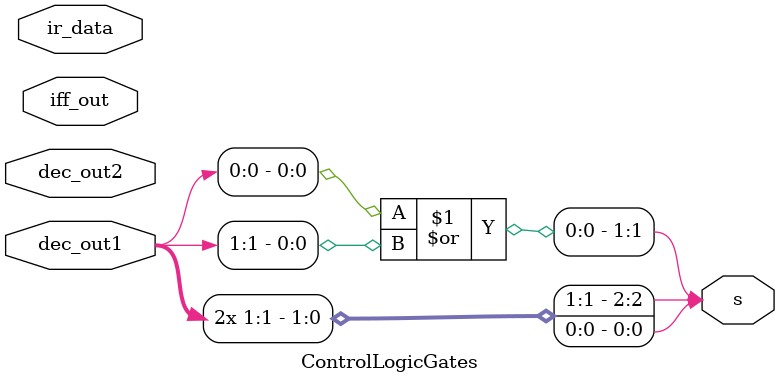
<source format=v>

module ControlLogicGates(dec_out1, dec_out2, iff_out, ir_data, s);

input [7:0] dec_out1, dec_out2;
input iff_out;
input [15:0] ir_data;  // !
output [2:0] s;

assign s[0] = dec_out1[1];
or(s[1],  dec_out1[0],  dec_out1[1]);
assign s[2] = dec_out1[1];

endmodule

</source>
